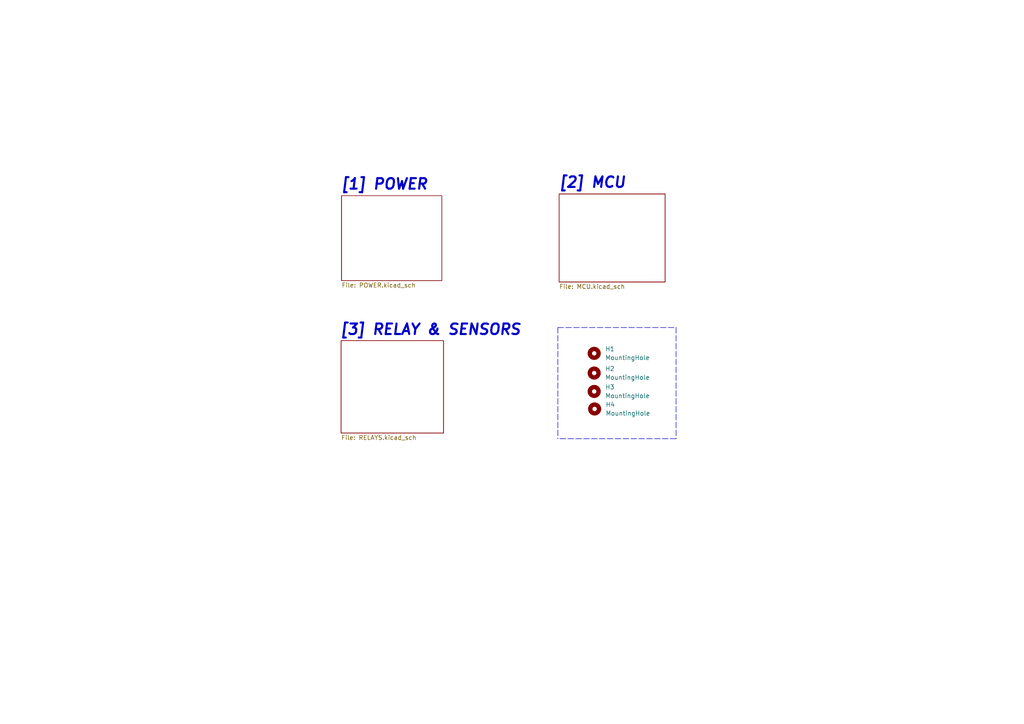
<source format=kicad_sch>
(kicad_sch (version 20211123) (generator eeschema)
  (paper "A4")
  (lib_symbols
    (symbol "Mechanical:MountingHole" (pin_names (offset 1.016))
      (property "Reference" "H" (at 0 5.08 0))
      (property "Value" "MountingHole" (at 0 3.175 0))
      (symbol "MountingHole_0_1"
        (circle (center 0 0) (radius 1.27) (stroke (width 1.27)))
      )
    )
  )
  (polyline (pts (xy 161.798 94.996) (xy 161.798 127.254)))
  (polyline (pts (xy 196.088 94.996) (xy 196.088 127.254)))
  (polyline (pts (xy 196.088 127.254) (xy 161.798 127.254)))
  (polyline (pts (xy 161.798 94.996) (xy 196.088 94.996)))
  (text "[1] POWER" (at 98.679 55.372 0) (effects (font (size 3.048 3.048) (thickness 0.6096) bold italic) (justify left bottom)))
  (text "[3] RELAY & SENSORS" (at 98.425 97.536 0) (effects (font (size 3.048 3.048) (thickness 0.6096) bold italic) (justify left bottom)))
  (text "[2] MCU" (at 161.925 54.864 0) (effects (font (size 3.048 3.048) (thickness 0.6096) bold italic) (justify left bottom)))
  (symbol (lib_id "Mechanical:MountingHole") (at 172.339 102.489 0) (unit 1)
    (property "Reference" "H1" (at 175.514 101.2189 0) (effects (justify left)))
    (property "Value" "MountingHole" (at 175.514 103.7589 0) (effects (justify left)))
    (property "Footprint" "MountingHole:MountingHole_3.2mm_M3" (effects hide))
  )
  (symbol (lib_id "Mechanical:MountingHole") (at 172.339 108.204 0) (unit 1)
    (property "Reference" "H2" (at 175.514 106.9339 0) (effects (justify left)))
    (property "Value" "MountingHole" (at 175.514 109.4739 0) (effects (justify left)))
    (property "Footprint" "MountingHole:MountingHole_3.2mm_M3" (effects hide))
  )
  (symbol (lib_id "Mechanical:MountingHole") (at 172.466 118.618 0) (unit 1)
    (property "Reference" "H4" (at 175.641 117.3479 0) (effects (justify left)))
    (property "Value" "MountingHole" (at 175.641 119.8879 0) (effects (justify left)))
    (property "Footprint" "MountingHole:MountingHole_3.2mm_M3" (effects hide))
  )
  (symbol (lib_id "Mechanical:MountingHole") (at 172.339 113.538 0) (unit 1)
    (property "Reference" "H3" (at 175.514 112.2679 0) (effects (justify left)))
    (property "Value" "MountingHole" (at 175.514 114.8079 0) (effects (justify left)))
    (property "Footprint" "MountingHole:MountingHole_3.2mm_M3" (effects hide))
  )
  (sheet (at 99.06 56.769) (size 29.083 24.638) (stroke (width 0.1524))
    (property "Sheet name" "POWER" (effects hide))
    (property "Sheet file" "POWER.kicad_sch" (at 99.06 81.9916 0) (effects (justify left top)))
  )
  (sheet (at 162.179 56.261) (size 30.734 25.527) (stroke (width 0.1524))
    (property "Sheet name" "MCU" (effects hide))
    (property "Sheet file" "MCU.kicad_sch" (at 162.179 82.3726 0) (effects (justify left top)))
  )
  (sheet (at 98.933 98.806) (size 29.718 26.797) (stroke (width 0.1524))
    (property "Sheet name" "RELAYS&INPUTS" (effects hide))
    (property "Sheet file" "RELAYS.kicad_sch" (at 98.933 126.1876 0) (effects (justify left top)))
  )
)
</source>
